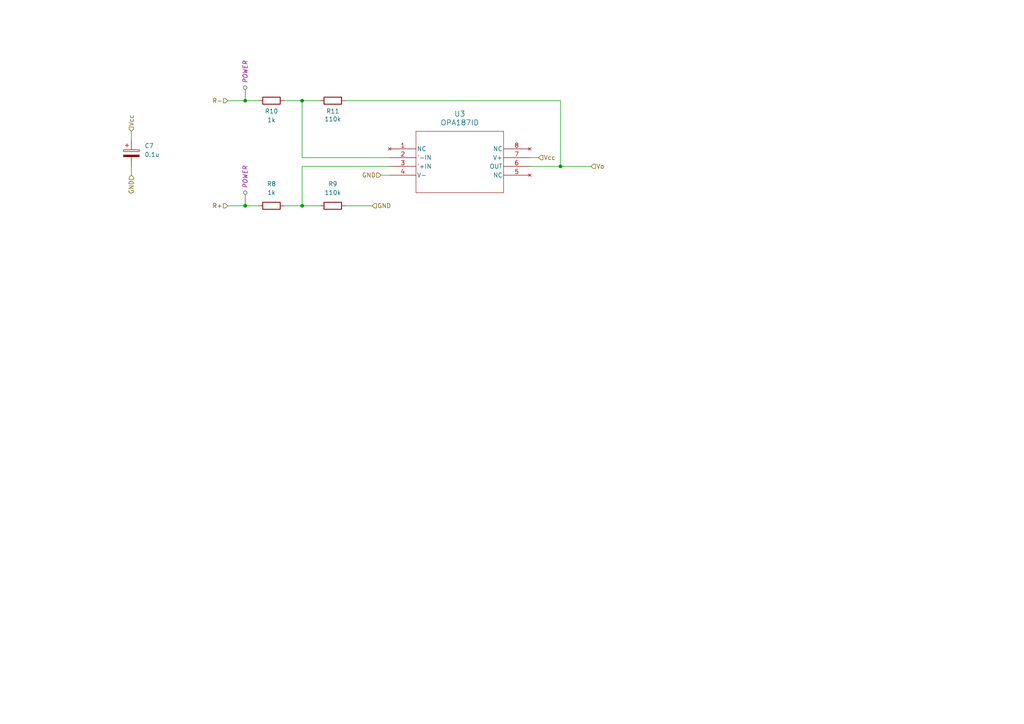
<source format=kicad_sch>
(kicad_sch (version 20231120) (generator "eeschema") (generator_version "8.0")
  (paper "A4")
  (title_block (title "Medidor de consumo") (date "2024-03-27") (rev "v0.1.0") (company "RTAP"))
  (lib_symbols
    (symbol "Device:C_Polarized" (pin_numbers hide) (pin_names (offset 0.254))
      (property "Reference" "C" (at 0.635 2.54 0))
      (property "Value" "C_Polarized" (at 0.635 -2.54 0))
      (symbol "C_Polarized_0_1"
        (rectangle (start -2.286 0.508) (end 2.286 1.016))
        (polyline (pts (xy -1.778 2.286) (xy -0.762 2.286)))
        (polyline (pts (xy -1.27 2.794) (xy -1.27 1.778)))
        (rectangle (start 2.286 -0.508) (end -2.286 -1.016) (fill (type outline)))
      )
      (symbol "C_Polarized_1_1"
        (pin passive line (at 0 3.81 270) (length 2.794) (name "~") (number "1"))
        (pin passive line (at 0 -3.81 90) (length 2.794) (name "~") (number "2"))
      )
    )
    (symbol "Device:R" (pin_numbers hide) (pin_names (offset 0))
      (property "Reference" "R" (at 2.032 0 90))
      (property "Value" "R" (at 0 0 90))
      (symbol "R_0_1"
        (rectangle (start -1.016 -2.54) (end 1.016 2.54) (stroke (width 0.254)))
      )
      (symbol "R_1_1"
        (pin passive line (at 0 3.81 270) (length 1.27) (name "~") (number "1"))
        (pin passive line (at 0 -3.81 90) (length 1.27) (name "~") (number "2"))
      )
    )
    (symbol "alimentacion:OPA187ID" (pin_names (offset 0.254))
      (property "Reference" "U" (at 20.32 10.16 0))
      (property "Value" "OPA187ID" (at 20.32 7.62 0))
      (symbol "OPA187ID_0_1"
        (polyline (pts (xy 7.62 -12.7) (xy 33.02 -12.7)) (stroke (width 0.127)))
        (polyline (pts (xy 7.62 5.08) (xy 7.62 -12.7)) (stroke (width 0.127)))
        (polyline (pts (xy 33.02 -12.7) (xy 33.02 5.08)) (stroke (width 0.127)))
        (polyline (pts (xy 33.02 5.08) (xy 7.62 5.08)) (stroke (width 0.127)))
        (pin no_connect line (at 0 0 0) (length 7.62) (name "NC") (number "1"))
        (pin input line (at 0 -2.54 0) (length 7.62) (name "'-IN") (number "2"))
        (pin input line (at 0 -5.08 0) (length 7.62) (name "'+IN") (number "3"))
        (pin power_in line (at 0 -7.62 0) (length 7.62) (name "V-") (number "4"))
        (pin no_connect line (at 40.64 -7.62 180) (length 7.62) (name "NC") (number "5"))
        (pin output line (at 40.64 -5.08 180) (length 7.62) (name "OUT") (number "6"))
        (pin power_in line (at 40.64 -2.54 180) (length 7.62) (name "V+") (number "7"))
        (pin no_connect line (at 40.64 0 180) (length 7.62) (name "NC") (number "8"))
      )
    )
  )
  (junction (at 71.12 29.21))
  (junction (at 71.12 59.69))
  (junction (at 87.63 59.69))
  (junction (at 162.56 48.26))
  (junction (at 87.63 29.21))
  (wire (pts (xy 87.63 48.26) (xy 87.63 59.69)))
  (wire (pts (xy 153.67 48.26) (xy 162.56 48.26)))
  (wire (pts (xy 162.56 29.21) (xy 162.56 48.26)))
  (wire (pts (xy 156.21 45.72) (xy 153.67 45.72)))
  (wire (pts (xy 87.63 45.72) (xy 87.63 29.21)))
  (wire (pts (xy 87.63 59.69) (xy 92.71 59.69)))
  (wire (pts (xy 100.33 29.21) (xy 162.56 29.21)))
  (wire (pts (xy 162.56 48.26) (xy 171.45 48.26)))
  (wire (pts (xy 87.63 29.21) (xy 92.71 29.21)))
  (wire (pts (xy 71.12 58.42) (xy 71.12 59.69)))
  (wire (pts (xy 110.49 50.8) (xy 113.03 50.8)))
  (wire (pts (xy 107.95 59.69) (xy 100.33 59.69)))
  (wire (pts (xy 38.1 48.26) (xy 38.1 50.8)))
  (wire (pts (xy 82.55 29.21) (xy 87.63 29.21)))
  (wire (pts (xy 71.12 27.94) (xy 71.12 29.21)))
  (wire (pts (xy 71.12 59.69) (xy 74.93 59.69)))
  (wire (pts (xy 113.03 48.26) (xy 87.63 48.26)))
  (wire (pts (xy 71.12 29.21) (xy 74.93 29.21)))
  (wire (pts (xy 66.04 29.21) (xy 71.12 29.21)))
  (wire (pts (xy 113.03 45.72) (xy 87.63 45.72)))
  (wire (pts (xy 82.55 59.69) (xy 87.63 59.69)))
  (wire (pts (xy 66.04 59.69) (xy 71.12 59.69)))
  (wire (pts (xy 38.1 38.1) (xy 38.1 40.64)))
  (hierarchical_label "GND" (shape input) (at 38.1 50.8 270))
  (hierarchical_label "R-" (shape input) (at 66.04 29.21 180))
  (hierarchical_label "R+" (shape input) (at 66.04 59.69 180))
  (hierarchical_label "Vcc" (shape input) (at 38.1 38.1 90))
  (hierarchical_label "Vcc" (shape input) (at 156.21 45.72 0))
  (hierarchical_label "GND" (shape input) (at 110.49 50.8 180))
  (hierarchical_label "Vo" (shape input) (at 171.45 48.26 0))
  (hierarchical_label "GND" (shape input) (at 107.95 59.69 0))
  (netclass_flag "" (length 2.54) (shape round) (at 71.12 27.94 0) (property "Netclass" "POWER" (at 71.12 24.13 90) (effects (font (italic yes)) (justify left))))
  (netclass_flag "" (length 2.54) (shape round) (at 71.12 58.42 0) (property "Netclass" "POWER" (at 71.12 54.61 90) (effects (font (italic yes)) (justify left))))
  (symbol (lib_id "Device:R") (at 78.74 29.21 90) (mirror x) (unit 1)
    (property "Reference" "R10" (at 78.74 32.258 90))
    (property "Value" "1k" (at 78.74 34.798 90))
    (property "Footprint" "Resistor_SMD:R_0603_1608Metric" (effects (hide yes)))
    (property "Description" "Resistor" (effects (hide yes)))
  )
  (symbol (lib_id "Device:C_Polarized") (at 38.1 44.45 0) (unit 1)
    (property "Reference" "C7" (at 41.91 42.2909 0) (effects (justify left)))
    (property "Value" "0.1u" (at 41.91 44.8309 0) (effects (justify left)))
    (property "Footprint" "Capacitor_SMD:C_0603_1608Metric" (effects (hide yes)))
    (property "Description" "Polarized capacitor" (effects (hide yes)))
  )
  (symbol (lib_id "Device:R") (at 78.74 59.69 90) (unit 1)
    (property "Reference" "R8" (at 78.74 53.34 90))
    (property "Value" "1k" (at 78.74 55.88 90))
    (property "Footprint" "Resistor_SMD:R_0603_1608Metric" (effects (hide yes)))
    (property "Description" "Resistor" (effects (hide yes)))
  )
  (symbol (lib_id "Device:R") (at 96.52 29.21 90) (mirror x) (unit 1)
    (property "Reference" "R11" (at 96.52 32.258 90))
    (property "Value" "110k" (at 96.52 34.544 90))
    (property "Footprint" "Resistor_SMD:R_0603_1608Metric" (effects (hide yes)))
    (property "Description" "Resistor" (effects (hide yes)))
  )
  (symbol (lib_id "alimentacion:OPA187ID") (at 113.03 43.18 0) (unit 1)
    (property "Reference" "U3" (at 133.35 33.02 0) (effects (font (size 1.524 1.524))))
    (property "Value" "OPA187ID" (at 133.35 35.56 0) (effects (font (size 1.524 1.524))))
    (property "Footprint" "library:D8_TEX-M" (effects (hide yes)))
    (property "Datasheet" "OPA187ID" (effects (hide yes)))
  )
  (symbol (lib_id "Device:R") (at 96.52 59.69 90) (unit 1)
    (property "Reference" "R9" (at 96.52 53.34 90))
    (property "Value" "110k" (at 96.52 55.88 90))
    (property "Footprint" "Resistor_SMD:R_0603_1608Metric" (effects (hide yes)))
    (property "Description" "Resistor" (effects (hide yes)))
  )
)
</source>
